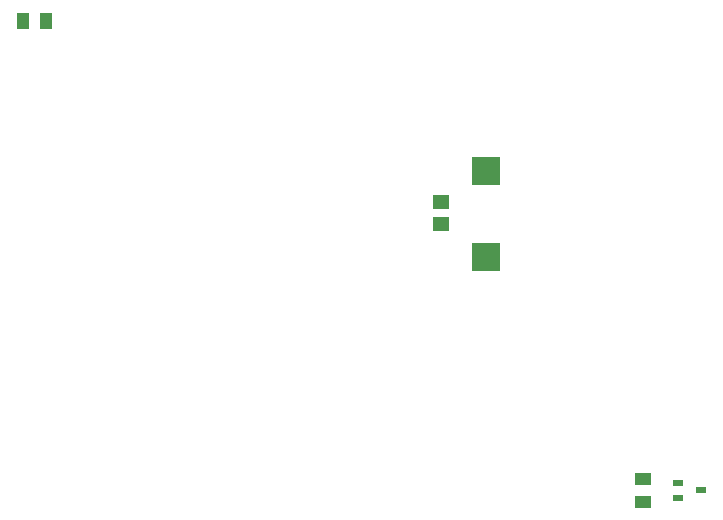
<source format=gtp>
G04*
G04 #@! TF.GenerationSoftware,Altium Limited,Altium Designer,20.0.14 (345)*
G04*
G04 Layer_Color=8421504*
%FSLAX25Y25*%
%MOIN*%
G70*
G01*
G75*
%ADD14R,0.03937X0.05709*%
%ADD15R,0.05709X0.04528*%
%ADD16R,0.03347X0.01968*%
%ADD17R,0.05709X0.03937*%
%ADD18R,0.09449X0.09449*%
D14*
X30260Y173500D02*
D03*
X37740D02*
D03*
D15*
X169500Y113043D02*
D03*
Y105957D02*
D03*
D16*
X256339Y17000D02*
D03*
X248661Y14441D02*
D03*
Y19559D02*
D03*
D17*
X237000Y20740D02*
D03*
Y13260D02*
D03*
D18*
X184500Y94760D02*
D03*
Y123500D02*
D03*
M02*

</source>
